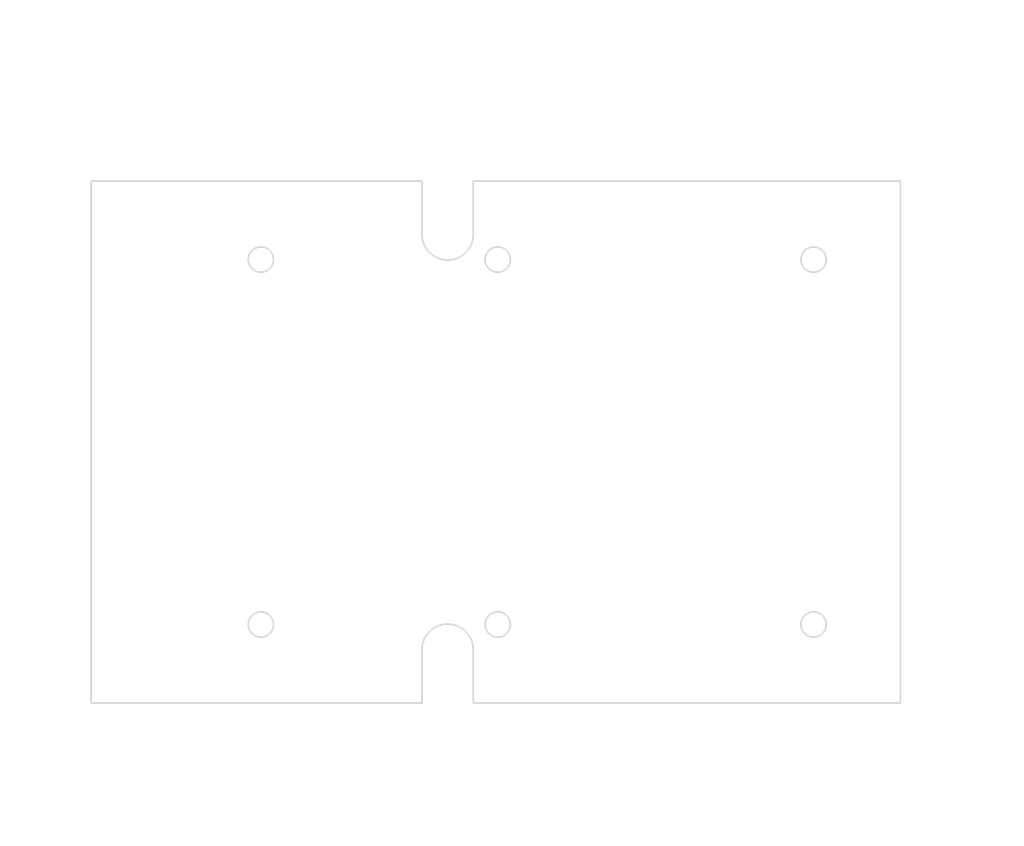
<source format=kicad_pcb>
(kicad_pcb (version 20171130) (host pcbnew "(5.1.0)-1")

  (general
    (thickness 1.6)
    (drawings 79)
    (tracks 0)
    (zones 0)
    (modules 0)
    (nets 1)
  )

  (page A4)
  (layers
    (0 F.Cu signal)
    (31 B.Cu signal)
    (32 B.Adhes user)
    (33 F.Adhes user)
    (34 B.Paste user)
    (35 F.Paste user)
    (36 B.SilkS user)
    (37 F.SilkS user)
    (38 B.Mask user)
    (39 F.Mask user)
    (40 Dwgs.User user)
    (41 Cmts.User user)
    (42 Eco1.User user)
    (43 Eco2.User user)
    (44 Edge.Cuts user)
    (45 Margin user)
    (46 B.CrtYd user)
    (47 F.CrtYd user)
    (48 B.Fab user)
    (49 F.Fab user)
  )

  (setup
    (last_trace_width 0.25)
    (trace_clearance 0.2)
    (zone_clearance 0.508)
    (zone_45_only no)
    (trace_min 0.2)
    (via_size 0.8)
    (via_drill 0.4)
    (via_min_size 0.4)
    (via_min_drill 0.3)
    (uvia_size 0.3)
    (uvia_drill 0.1)
    (uvias_allowed no)
    (uvia_min_size 0.2)
    (uvia_min_drill 0.1)
    (edge_width 0.05)
    (segment_width 0.2)
    (pcb_text_width 0.3)
    (pcb_text_size 1.5 1.5)
    (mod_edge_width 0.12)
    (mod_text_size 1 1)
    (mod_text_width 0.15)
    (pad_size 1.524 1.524)
    (pad_drill 0.762)
    (pad_to_mask_clearance 0.051)
    (solder_mask_min_width 0.25)
    (aux_axis_origin 0 0)
    (visible_elements FFFFFF7F)
    (pcbplotparams
      (layerselection 0x010fc_ffffffff)
      (usegerberextensions false)
      (usegerberattributes false)
      (usegerberadvancedattributes false)
      (creategerberjobfile false)
      (excludeedgelayer true)
      (linewidth 0.152400)
      (plotframeref false)
      (viasonmask false)
      (mode 1)
      (useauxorigin false)
      (hpglpennumber 1)
      (hpglpenspeed 20)
      (hpglpendiameter 15.000000)
      (psnegative false)
      (psa4output false)
      (plotreference true)
      (plotvalue true)
      (plotinvisibletext false)
      (padsonsilk false)
      (subtractmaskfromsilk false)
      (outputformat 1)
      (mirror false)
      (drillshape 1)
      (scaleselection 1)
      (outputdirectory ""))
  )

  (net 0 "")

  (net_class Default "This is the default net class."
    (clearance 0.2)
    (trace_width 0.25)
    (via_dia 0.8)
    (via_drill 0.4)
    (uvia_dia 0.3)
    (uvia_drill 0.1)
  )

  (gr_line (start 206.68368 52.595212) (end 206.68368 118.73619) (layer Edge.Cuts) (width 0.2))
  (gr_line (start 152.58368 52.595212) (end 206.68368 52.595212) (layer Edge.Cuts) (width 0.2))
  (gr_line (start 152.58368 59.346491) (end 152.58368 52.595212) (layer Edge.Cuts) (width 0.2))
  (gr_arc (start 149.33368 59.346491) (end 146.08368 59.346491) (angle -180) (layer Edge.Cuts) (width 0.2))
  (gr_line (start 146.08368 52.595212) (end 146.08368 59.346491) (layer Edge.Cuts) (width 0.2))
  (gr_line (start 104.18368 52.595212) (end 146.08368 52.595212) (layer Edge.Cuts) (width 0.2))
  (gr_line (start 104.18368 118.73619) (end 104.18368 52.595212) (layer Edge.Cuts) (width 0.2))
  (gr_line (start 146.08368 118.73619) (end 104.18368 118.73619) (layer Edge.Cuts) (width 0.2))
  (gr_line (start 146.08368 111.984911) (end 146.08368 118.73619) (layer Edge.Cuts) (width 0.2))
  (gr_arc (start 149.33368 111.984911) (end 152.58368 111.984911) (angle -180) (layer Edge.Cuts) (width 0.2))
  (gr_line (start 152.58368 118.73619) (end 152.58368 111.984911) (layer Edge.Cuts) (width 0.2))
  (gr_line (start 206.68368 118.73619) (end 152.58368 118.73619) (layer Edge.Cuts) (width 0.2))
  (gr_circle (center 125.68368 62.540701) (end 127.28368 62.540701) (layer Edge.Cuts) (width 0.2))
  (gr_circle (center 155.68368 108.790701) (end 157.28368 108.790701) (layer Edge.Cuts) (width 0.2))
  (gr_circle (center 155.68368 62.540701) (end 157.28368 62.540701) (layer Edge.Cuts) (width 0.2))
  (gr_circle (center 195.68368 62.540701) (end 197.28368 62.540701) (layer Edge.Cuts) (width 0.2))
  (gr_circle (center 125.68368 108.790701) (end 127.28368 108.790701) (layer Edge.Cuts) (width 0.2))
  (gr_circle (center 195.68368 108.790701) (end 197.28368 108.790701) (layer Edge.Cuts) (width 0.2))
  (gr_text [.43] (at 213.539378 135.468125) (layer Dwgs.User)
    (effects (font (size 1.7 1.53) (thickness 0.2125)))
  )
  (gr_text " 11.00" (at 213.539378 131.91069) (layer Dwgs.User)
    (effects (font (size 1.7 1.53) (thickness 0.2125)))
  )
  (gr_line (start 206.68368 133.578664) (end 209.494766 133.578664) (layer Dwgs.User) (width 0.2))
  (gr_line (start 197.68368 133.578664) (end 204.68368 133.578664) (layer Dwgs.User) (width 0.2))
  (gr_line (start 195.68368 109.790701) (end 195.68368 136.753664) (layer Dwgs.User) (width 0.2))
  (gr_line (start 206.68368 119.73619) (end 206.68368 136.753664) (layer Dwgs.User) (width 0.2))
  (gr_text [.39] (at 213.674279 126.597983) (layer Dwgs.User)
    (effects (font (size 1.7 1.53) (thickness 0.2125)))
  )
  (gr_text " 9.95" (at 213.674279 123.040548) (layer Dwgs.User)
    (effects (font (size 1.7 1.53) (thickness 0.2125)))
  )
  (gr_line (start 219.067765 124.708522) (end 217.067765 124.708522) (layer Dwgs.User) (width 0.2))
  (gr_line (start 219.067765 118.73619) (end 219.067765 124.708522) (layer Dwgs.User) (width 0.2))
  (gr_line (start 219.067765 110.790701) (end 219.067765 116.73619) (layer Dwgs.User) (width 0.2))
  (gr_line (start 196.68368 108.790701) (end 222.242765 108.790701) (layer Dwgs.User) (width 0.2))
  (gr_line (start 207.68368 118.73619) (end 222.242765 118.73619) (layer Dwgs.User) (width 0.2))
  (gr_text [1.82] (at 213.674279 87.555162) (layer Dwgs.User)
    (effects (font (size 1.7 1.53) (thickness 0.2125)))
  )
  (gr_text " 46.25" (at 213.674279 83.997727) (layer Dwgs.User)
    (effects (font (size 1.7 1.53) (thickness 0.2125)))
  )
  (gr_line (start 213.674279 64.540701) (end 213.674279 82.108265) (layer Dwgs.User) (width 0.2))
  (gr_line (start 213.674279 106.790701) (end 213.674279 89.223136) (layer Dwgs.User) (width 0.2))
  (gr_line (start 196.68368 62.540701) (end 216.849279 62.540701) (layer Dwgs.User) (width 0.2))
  (gr_line (start 196.68368 108.790701) (end 216.849279 108.790701) (layer Dwgs.User) (width 0.2))
  (gr_text [1.57] (at 175.68368 128.049457) (layer Dwgs.User)
    (effects (font (size 1.7 1.53) (thickness 0.2125)))
  )
  (gr_text " 40.00" (at 175.68368 124.492022) (layer Dwgs.User)
    (effects (font (size 1.7 1.53) (thickness 0.2125)))
  )
  (gr_line (start 193.68368 126.159996) (end 179.728291 126.159996) (layer Dwgs.User) (width 0.2))
  (gr_line (start 157.68368 126.159996) (end 171.639069 126.159996) (layer Dwgs.User) (width 0.2))
  (gr_line (start 195.68368 109.790701) (end 195.68368 129.334996) (layer Dwgs.User) (width 0.2))
  (gr_line (start 155.68368 109.790701) (end 155.68368 129.334996) (layer Dwgs.User) (width 0.2))
  (gr_text [1.18] (at 140.68368 128.598988) (layer Dwgs.User)
    (effects (font (size 1.7 1.53) (thickness 0.2125)))
  )
  (gr_text " 30.00" (at 140.68368 125.040973) (layer Dwgs.User)
    (effects (font (size 1.7 1.53) (thickness 0.2125)))
  )
  (gr_line (start 153.68368 126.709527) (end 144.728291 126.709527) (layer Dwgs.User) (width 0.2))
  (gr_line (start 127.68368 126.709527) (end 136.639069 126.709527) (layer Dwgs.User) (width 0.2))
  (gr_line (start 155.68368 109.790701) (end 155.68368 129.884527) (layer Dwgs.User) (width 0.2))
  (gr_line (start 125.68368 109.790701) (end 125.68368 129.884527) (layer Dwgs.User) (width 0.2))
  (gr_text [4.04] (at 155.43368 34.811516) (layer Dwgs.User)
    (effects (font (size 1.7 1.53) (thickness 0.2125)))
  )
  (gr_text " 102.50" (at 155.43368 31.254081) (layer Dwgs.User)
    (effects (font (size 1.7 1.53) (thickness 0.2125)))
  )
  (gr_line (start 106.18368 32.922055) (end 150.728666 32.922055) (layer Dwgs.User) (width 0.2))
  (gr_line (start 204.68368 32.922055) (end 160.138694 32.922055) (layer Dwgs.User) (width 0.2))
  (gr_line (start 104.18368 51.595212) (end 104.18368 29.747055) (layer Dwgs.User) (width 0.2))
  (gr_line (start 206.68368 51.595212) (end 206.68368 29.747055) (layer Dwgs.User) (width 0.2))
  (gr_text [.26] (at 158.449115 49.395835) (layer Dwgs.User)
    (effects (font (size 1.7 1.53) (thickness 0.2125)))
  )
  (gr_text " 6.50" (at 158.449115 45.8384) (layer Dwgs.User)
    (effects (font (size 1.7 1.53) (thickness 0.2125)))
  )
  (gr_line (start 152.58368 47.506374) (end 155.064906 47.506374) (layer Dwgs.User) (width 0.2))
  (gr_line (start 148.08368 47.506374) (end 150.58368 47.506374) (layer Dwgs.User) (width 0.2))
  (gr_line (start 146.08368 51.595212) (end 146.08368 44.331374) (layer Dwgs.User) (width 0.2))
  (gr_line (start 152.58368 51.595212) (end 152.58368 44.331374) (layer Dwgs.User) (width 0.2))
  (gr_text [.27] (at 169.852155 48.614533) (layer Dwgs.User)
    (effects (font (size 1.7 1.53) (thickness 0.2125)))
  )
  (gr_text " 6.75" (at 169.852155 45.057097) (layer Dwgs.User)
    (effects (font (size 1.7 1.53) (thickness 0.2125)))
  )
  (gr_line (start 164.458669 46.725071) (end 166.458669 46.725071) (layer Dwgs.User) (width 0.2))
  (gr_line (start 164.458669 52.595212) (end 164.458669 46.725071) (layer Dwgs.User) (width 0.2))
  (gr_line (start 164.458669 57.346491) (end 164.458669 54.595212) (layer Dwgs.User) (width 0.2))
  (gr_line (start 150.33368 59.346491) (end 167.633669 59.346491) (layer Dwgs.User) (width 0.2))
  (gr_text [2.60] (at 96.670132 87.555162) (layer Dwgs.User)
    (effects (font (size 1.7 1.53) (thickness 0.2125)))
  )
  (gr_text " 66.14" (at 96.670132 83.997727) (layer Dwgs.User)
    (effects (font (size 1.7 1.53) (thickness 0.2125)))
  )
  (gr_line (start 96.670132 54.595212) (end 96.670132 82.108265) (layer Dwgs.User) (width 0.2))
  (gr_line (start 96.670132 116.73619) (end 96.670132 89.223136) (layer Dwgs.User) (width 0.2))
  (gr_line (start 103.18368 52.595212) (end 93.495132 52.595212) (layer Dwgs.User) (width 0.2))
  (gr_line (start 103.18368 118.73619) (end 93.495132 118.73619) (layer Dwgs.User) (width 0.2))
  (gr_text [1.65] (at 125.13368 49.395835) (layer Dwgs.User)
    (effects (font (size 1.7 1.53) (thickness 0.2125)))
  )
  (gr_text " 41.90" (at 125.13368 45.8384) (layer Dwgs.User)
    (effects (font (size 1.7 1.53) (thickness 0.2125)))
  )
  (gr_line (start 144.08368 47.506374) (end 129.178291 47.506374) (layer Dwgs.User) (width 0.2))
  (gr_line (start 106.18368 47.506374) (end 121.089069 47.506374) (layer Dwgs.User) (width 0.2))
  (gr_line (start 146.08368 51.595212) (end 146.08368 44.331374) (layer Dwgs.User) (width 0.2))
  (gr_line (start 104.18368 51.595212) (end 104.18368 44.331374) (layer Dwgs.User) (width 0.2))

)

</source>
